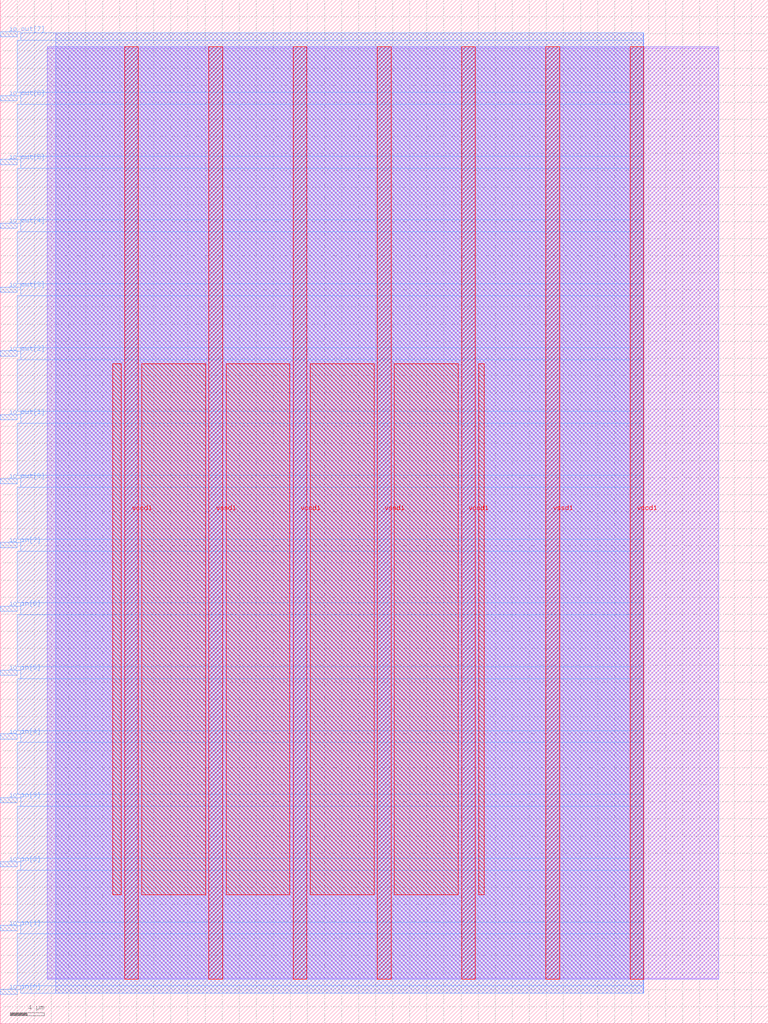
<source format=lef>
VERSION 5.7 ;
  NOWIREEXTENSIONATPIN ON ;
  DIVIDERCHAR "/" ;
  BUSBITCHARS "[]" ;
MACRO tholin_avalonsemi_5401
  CLASS BLOCK ;
  FOREIGN tholin_avalonsemi_5401 ;
  ORIGIN 0.000 0.000 ;
  SIZE 90.000 BY 120.000 ;
  PIN io_in[0]
    DIRECTION INPUT ;
    USE SIGNAL ;
    PORT
      LAYER met3 ;
        RECT 0.000 3.440 2.000 4.040 ;
    END
  END io_in[0]
  PIN io_in[1]
    DIRECTION INPUT ;
    USE SIGNAL ;
    PORT
      LAYER met3 ;
        RECT 0.000 10.920 2.000 11.520 ;
    END
  END io_in[1]
  PIN io_in[2]
    DIRECTION INPUT ;
    USE SIGNAL ;
    PORT
      LAYER met3 ;
        RECT 0.000 18.400 2.000 19.000 ;
    END
  END io_in[2]
  PIN io_in[3]
    DIRECTION INPUT ;
    USE SIGNAL ;
    PORT
      LAYER met3 ;
        RECT 0.000 25.880 2.000 26.480 ;
    END
  END io_in[3]
  PIN io_in[4]
    DIRECTION INPUT ;
    USE SIGNAL ;
    PORT
      LAYER met3 ;
        RECT 0.000 33.360 2.000 33.960 ;
    END
  END io_in[4]
  PIN io_in[5]
    DIRECTION INPUT ;
    USE SIGNAL ;
    PORT
      LAYER met3 ;
        RECT 0.000 40.840 2.000 41.440 ;
    END
  END io_in[5]
  PIN io_in[6]
    DIRECTION INPUT ;
    USE SIGNAL ;
    PORT
      LAYER met3 ;
        RECT 0.000 48.320 2.000 48.920 ;
    END
  END io_in[6]
  PIN io_in[7]
    DIRECTION INPUT ;
    USE SIGNAL ;
    PORT
      LAYER met3 ;
        RECT 0.000 55.800 2.000 56.400 ;
    END
  END io_in[7]
  PIN io_out[0]
    DIRECTION OUTPUT TRISTATE ;
    USE SIGNAL ;
    PORT
      LAYER met3 ;
        RECT 0.000 63.280 2.000 63.880 ;
    END
  END io_out[0]
  PIN io_out[1]
    DIRECTION OUTPUT TRISTATE ;
    USE SIGNAL ;
    PORT
      LAYER met3 ;
        RECT 0.000 70.760 2.000 71.360 ;
    END
  END io_out[1]
  PIN io_out[2]
    DIRECTION OUTPUT TRISTATE ;
    USE SIGNAL ;
    PORT
      LAYER met3 ;
        RECT 0.000 78.240 2.000 78.840 ;
    END
  END io_out[2]
  PIN io_out[3]
    DIRECTION OUTPUT TRISTATE ;
    USE SIGNAL ;
    PORT
      LAYER met3 ;
        RECT 0.000 85.720 2.000 86.320 ;
    END
  END io_out[3]
  PIN io_out[4]
    DIRECTION OUTPUT TRISTATE ;
    USE SIGNAL ;
    PORT
      LAYER met3 ;
        RECT 0.000 93.200 2.000 93.800 ;
    END
  END io_out[4]
  PIN io_out[5]
    DIRECTION OUTPUT TRISTATE ;
    USE SIGNAL ;
    PORT
      LAYER met3 ;
        RECT 0.000 100.680 2.000 101.280 ;
    END
  END io_out[5]
  PIN io_out[6]
    DIRECTION OUTPUT TRISTATE ;
    USE SIGNAL ;
    PORT
      LAYER met3 ;
        RECT 0.000 108.160 2.000 108.760 ;
    END
  END io_out[6]
  PIN io_out[7]
    DIRECTION OUTPUT TRISTATE ;
    USE SIGNAL ;
    PORT
      LAYER met3 ;
        RECT 0.000 115.640 2.000 116.240 ;
    END
  END io_out[7]
  PIN vccd1
    DIRECTION INOUT ;
    USE POWER ;
    PORT
      LAYER met4 ;
        RECT 14.590 5.200 16.190 114.480 ;
    END
    PORT
      LAYER met4 ;
        RECT 34.330 5.200 35.930 114.480 ;
    END
    PORT
      LAYER met4 ;
        RECT 54.070 5.200 55.670 114.480 ;
    END
    PORT
      LAYER met4 ;
        RECT 73.810 5.200 75.410 114.480 ;
    END
  END vccd1
  PIN vssd1
    DIRECTION INOUT ;
    USE GROUND ;
    PORT
      LAYER met4 ;
        RECT 24.460 5.200 26.060 114.480 ;
    END
    PORT
      LAYER met4 ;
        RECT 44.200 5.200 45.800 114.480 ;
    END
    PORT
      LAYER met4 ;
        RECT 63.940 5.200 65.540 114.480 ;
    END
  END vssd1
  OBS
      LAYER li1 ;
        RECT 5.520 5.355 84.180 114.325 ;
      LAYER met1 ;
        RECT 5.520 5.200 84.180 114.480 ;
      LAYER met2 ;
        RECT 6.530 3.555 75.380 116.125 ;
      LAYER met3 ;
        RECT 2.400 115.240 75.400 116.105 ;
        RECT 2.000 109.160 75.400 115.240 ;
        RECT 2.400 107.760 75.400 109.160 ;
        RECT 2.000 101.680 75.400 107.760 ;
        RECT 2.400 100.280 75.400 101.680 ;
        RECT 2.000 94.200 75.400 100.280 ;
        RECT 2.400 92.800 75.400 94.200 ;
        RECT 2.000 86.720 75.400 92.800 ;
        RECT 2.400 85.320 75.400 86.720 ;
        RECT 2.000 79.240 75.400 85.320 ;
        RECT 2.400 77.840 75.400 79.240 ;
        RECT 2.000 71.760 75.400 77.840 ;
        RECT 2.400 70.360 75.400 71.760 ;
        RECT 2.000 64.280 75.400 70.360 ;
        RECT 2.400 62.880 75.400 64.280 ;
        RECT 2.000 56.800 75.400 62.880 ;
        RECT 2.400 55.400 75.400 56.800 ;
        RECT 2.000 49.320 75.400 55.400 ;
        RECT 2.400 47.920 75.400 49.320 ;
        RECT 2.000 41.840 75.400 47.920 ;
        RECT 2.400 40.440 75.400 41.840 ;
        RECT 2.000 34.360 75.400 40.440 ;
        RECT 2.400 32.960 75.400 34.360 ;
        RECT 2.000 26.880 75.400 32.960 ;
        RECT 2.400 25.480 75.400 26.880 ;
        RECT 2.000 19.400 75.400 25.480 ;
        RECT 2.400 18.000 75.400 19.400 ;
        RECT 2.000 11.920 75.400 18.000 ;
        RECT 2.400 10.520 75.400 11.920 ;
        RECT 2.000 4.440 75.400 10.520 ;
        RECT 2.400 3.575 75.400 4.440 ;
      LAYER met4 ;
        RECT 13.175 15.135 14.190 77.345 ;
        RECT 16.590 15.135 24.060 77.345 ;
        RECT 26.460 15.135 33.930 77.345 ;
        RECT 36.330 15.135 43.800 77.345 ;
        RECT 46.200 15.135 53.670 77.345 ;
        RECT 56.070 15.135 56.745 77.345 ;
  END
END tholin_avalonsemi_5401
END LIBRARY


</source>
